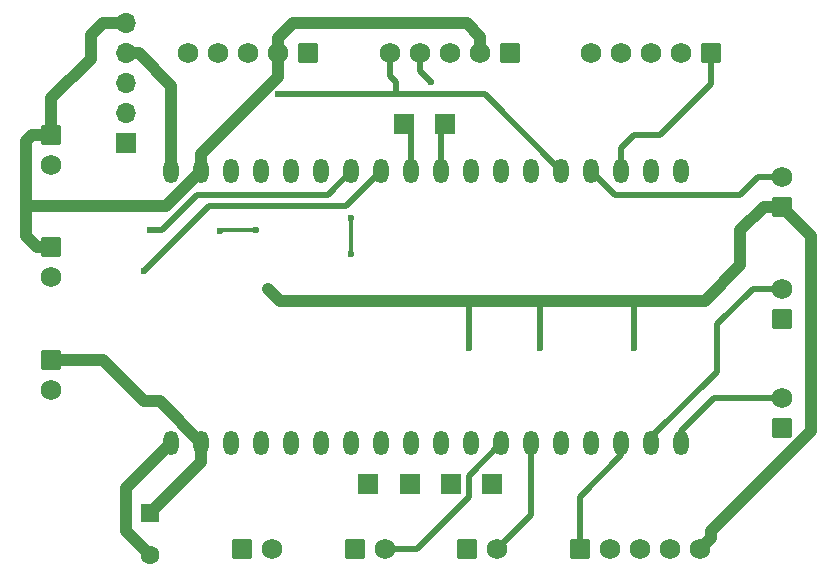
<source format=gbr>
%TF.GenerationSoftware,KiCad,Pcbnew,9.0.0*%
%TF.CreationDate,2025-03-04T16:47:24-08:00*%
%TF.ProjectId,ESPBrewRIMS_PCB,45535042-7265-4775-9249-4d535f504342,rev?*%
%TF.SameCoordinates,Original*%
%TF.FileFunction,Copper,L2,Bot*%
%TF.FilePolarity,Positive*%
%FSLAX46Y46*%
G04 Gerber Fmt 4.6, Leading zero omitted, Abs format (unit mm)*
G04 Created by KiCad (PCBNEW 9.0.0) date 2025-03-04 16:47:24*
%MOMM*%
%LPD*%
G01*
G04 APERTURE LIST*
G04 Aperture macros list*
%AMRoundRect*
0 Rectangle with rounded corners*
0 $1 Rounding radius*
0 $2 $3 $4 $5 $6 $7 $8 $9 X,Y pos of 4 corners*
0 Add a 4 corners polygon primitive as box body*
4,1,4,$2,$3,$4,$5,$6,$7,$8,$9,$2,$3,0*
0 Add four circle primitives for the rounded corners*
1,1,$1+$1,$2,$3*
1,1,$1+$1,$4,$5*
1,1,$1+$1,$6,$7*
1,1,$1+$1,$8,$9*
0 Add four rect primitives between the rounded corners*
20,1,$1+$1,$2,$3,$4,$5,0*
20,1,$1+$1,$4,$5,$6,$7,0*
20,1,$1+$1,$6,$7,$8,$9,0*
20,1,$1+$1,$8,$9,$2,$3,0*%
G04 Aperture macros list end*
%TA.AperFunction,ComponentPad*%
%ADD10C,1.740000*%
%TD*%
%TA.AperFunction,ComponentPad*%
%ADD11RoundRect,0.250000X0.620000X0.620000X-0.620000X0.620000X-0.620000X-0.620000X0.620000X-0.620000X0*%
%TD*%
%TA.AperFunction,ComponentPad*%
%ADD12R,1.700000X1.700000*%
%TD*%
%TA.AperFunction,ComponentPad*%
%ADD13RoundRect,0.250000X-0.620000X0.620000X-0.620000X-0.620000X0.620000X-0.620000X0.620000X0.620000X0*%
%TD*%
%TA.AperFunction,ComponentPad*%
%ADD14RoundRect,0.250000X0.620000X-0.620000X0.620000X0.620000X-0.620000X0.620000X-0.620000X-0.620000X0*%
%TD*%
%TA.AperFunction,ComponentPad*%
%ADD15RoundRect,0.250000X-0.620000X-0.620000X0.620000X-0.620000X0.620000X0.620000X-0.620000X0.620000X0*%
%TD*%
%TA.AperFunction,ComponentPad*%
%ADD16O,1.700000X1.700000*%
%TD*%
%TA.AperFunction,ComponentPad*%
%ADD17R,1.600000X1.600000*%
%TD*%
%TA.AperFunction,ComponentPad*%
%ADD18C,1.600000*%
%TD*%
%TA.AperFunction,ComponentPad*%
%ADD19O,1.300000X2.100000*%
%TD*%
%TA.AperFunction,ViaPad*%
%ADD20C,0.600000*%
%TD*%
%TA.AperFunction,Conductor*%
%ADD21C,1.000000*%
%TD*%
%TA.AperFunction,Conductor*%
%ADD22C,0.500000*%
%TD*%
%TA.AperFunction,Conductor*%
%ADD23C,0.350000*%
%TD*%
G04 APERTURE END LIST*
D10*
%TO.P,J15,5,Pin_5*%
%TO.N,TC_SO*%
X144340000Y-67000000D03*
%TO.P,J15,4,Pin_4*%
%TO.N,TC_CS1*%
X146880000Y-67000000D03*
%TO.P,J15,3,Pin_3*%
%TO.N,TC_SCK*%
X149420000Y-67000000D03*
%TO.P,J15,2,Pin_2*%
%TO.N,Vcc*%
X151960000Y-67000000D03*
D11*
%TO.P,J15,1,Pin_1*%
%TO.N,GND*%
X154500000Y-67000000D03*
%TD*%
D12*
%TO.P,J12,1,Pin_1*%
%TO.N,Net-(J12-Pin_1)*%
X145500000Y-73000000D03*
%TD*%
D13*
%TO.P,J19,1,Pin_1*%
%TO.N,Vcc*%
X115600000Y-83460000D03*
D10*
%TO.P,J19,2,Pin_2*%
%TO.N,Net-(J19-Pin_2)*%
X115600000Y-86000000D03*
%TD*%
D12*
%TO.P,J13,1,Pin_1*%
%TO.N,Net-(J13-Pin_1)*%
X149000000Y-73000000D03*
%TD*%
%TO.P,J11,1,Pin_1*%
%TO.N,Net-(J11-Pin_1)*%
X153000000Y-103500000D03*
%TD*%
%TO.P,J10,1,Pin_1*%
%TO.N,Net-(J10-Pin_1)*%
X149500000Y-103500000D03*
%TD*%
%TO.P,J9,1,Pin_1*%
%TO.N,Net-(J9-Pin_1)*%
X146000000Y-103500000D03*
%TD*%
%TO.P,J8,1,Pin_1*%
%TO.N,Net-(J8-Pin_1)*%
X142500000Y-103500000D03*
%TD*%
D14*
%TO.P,J4,1,Pin_1*%
%TO.N,GND*%
X177500000Y-98770000D03*
D10*
%TO.P,J4,2,Pin_2*%
%TO.N,ADC2*%
X177500000Y-96230000D03*
%TD*%
D14*
%TO.P,J3,1,Pin_1*%
%TO.N,GND*%
X177500000Y-89500000D03*
D10*
%TO.P,J3,2,Pin_2*%
%TO.N,ADC1*%
X177500000Y-86960000D03*
%TD*%
D15*
%TO.P,J7,1,Pin_1*%
%TO.N,LED_DIO*%
X160380000Y-109000000D03*
D10*
%TO.P,J7,2,Pin_2*%
%TO.N,LED_CLK*%
X162920000Y-109000000D03*
%TO.P,J7,3,Pin_3*%
%TO.N,LED_STB*%
X165460000Y-109000000D03*
%TO.P,J7,4,Pin_4*%
%TO.N,GND*%
X168000000Y-109000000D03*
%TO.P,J7,5,Pin_5*%
%TO.N,Vcc*%
X170540000Y-109000000D03*
%TD*%
D13*
%TO.P,J1,1,Pin_1*%
%TO.N,5V*%
X115600000Y-93000000D03*
D10*
%TO.P,J1,2,Pin_2*%
%TO.N,GND*%
X115600000Y-95540000D03*
%TD*%
D15*
%TO.P,J2,1,Pin_1*%
%TO.N,RESET_SW*%
X131840000Y-109000000D03*
D10*
%TO.P,J2,2,Pin_2*%
%TO.N,Net-(J2-Pin_2)*%
X134380000Y-109000000D03*
%TD*%
D15*
%TO.P,J6,1,Pin_1*%
%TO.N,GND*%
X141380000Y-109000000D03*
D10*
%TO.P,J6,2,Pin_2*%
%TO.N,ADC4*%
X143920000Y-109000000D03*
%TD*%
D11*
%TO.P,J16,1,Pin_1*%
%TO.N,GND*%
X137420000Y-67000000D03*
D10*
%TO.P,J16,2,Pin_2*%
%TO.N,Vcc*%
X134880000Y-67000000D03*
%TO.P,J16,3,Pin_3*%
%TO.N,TC_SCK*%
X132340000Y-67000000D03*
%TO.P,J16,4,Pin_4*%
%TO.N,TC_CS2*%
X129800000Y-67000000D03*
%TO.P,J16,5,Pin_5*%
%TO.N,TC_SO*%
X127260000Y-67000000D03*
%TD*%
D12*
%TO.P,J20,1,Pin_1*%
%TO.N,EX_DIO*%
X122000000Y-74660000D03*
D16*
%TO.P,J20,2,Pin_2*%
%TO.N,EX_CLK*%
X122000000Y-72120000D03*
%TO.P,J20,3,Pin_3*%
%TO.N,EX_STB*%
X122000000Y-69580000D03*
%TO.P,J20,4,Pin_4*%
%TO.N,GND*%
X122000000Y-67040000D03*
%TO.P,J20,5,Pin_5*%
%TO.N,Vcc*%
X122000000Y-64500000D03*
%TD*%
D15*
%TO.P,J5,1,Pin_1*%
%TO.N,GND*%
X150880000Y-109000000D03*
D10*
%TO.P,J5,2,Pin_2*%
%TO.N,ADC3*%
X153420000Y-109000000D03*
%TD*%
D11*
%TO.P,J18,1,Pin_1*%
%TO.N,ENC_SW*%
X171500000Y-67000000D03*
D10*
%TO.P,J18,2,Pin_2*%
%TO.N,GND*%
X168960000Y-67000000D03*
%TO.P,J18,3,Pin_3*%
%TO.N,ENC_A*%
X166420000Y-67000000D03*
%TO.P,J18,4,Pin_4*%
%TO.N,GND*%
X163880000Y-67000000D03*
%TO.P,J18,5,Pin_5*%
%TO.N,ENC_B*%
X161340000Y-67000000D03*
%TD*%
D14*
%TO.P,J17,1,Pin_1*%
%TO.N,Vcc*%
X177500000Y-80040000D03*
D10*
%TO.P,J17,2,Pin_2*%
%TO.N,SW_MODE*%
X177500000Y-77500000D03*
%TD*%
D17*
%TO.P,C1,1*%
%TO.N,5V*%
X124000000Y-106000000D03*
D18*
%TO.P,C1,2*%
%TO.N,GND*%
X124000000Y-109500000D03*
%TD*%
D13*
%TO.P,J14,1,Pin_1*%
%TO.N,Vcc*%
X115640000Y-74000000D03*
D10*
%TO.P,J14,2,Pin_2*%
%TO.N,Net-(J14-Pin_2)*%
X115640000Y-76540000D03*
%TD*%
D19*
%TO.P,U1,1,J2_GND*%
%TO.N,GND*%
X125820000Y-100030000D03*
%TO.P,U1,2,J2_5V*%
%TO.N,5V*%
X128360000Y-100030000D03*
%TO.P,U1,3,J2_Ve1*%
%TO.N,unconnected-(U1-J2_Ve1-Pad3)*%
X130900000Y-100030000D03*
%TO.P,U1,4,J2_Ve2*%
%TO.N,unconnected-(U1-J2_Ve2-Pad4)*%
X133440000Y-100030000D03*
%TO.P,U1,5,J2_GPIO44*%
%TO.N,unconnected-(U1-J2_GPIO44-Pad5)*%
X135980000Y-100030000D03*
%TO.P,U1,6,J2_GPIO43*%
%TO.N,unconnected-(U1-J2_GPIO43-Pad6)*%
X138520000Y-100030000D03*
%TO.P,U1,7,J2_RST*%
%TO.N,RESET_SW*%
X141060000Y-100030000D03*
%TO.P,U1,8,J2_GPIO0*%
%TO.N,Net-(J8-Pin_1)*%
X143600000Y-100030000D03*
%TO.P,U1,9,J2_GPIO21*%
%TO.N,Net-(J9-Pin_1)*%
X146140000Y-100030000D03*
%TO.P,U1,10,J2_GPIO20*%
%TO.N,Net-(J10-Pin_1)*%
X148680000Y-100030000D03*
%TO.P,U1,11,J2_GPIO19*%
%TO.N,Net-(J11-Pin_1)*%
X151220000Y-100030000D03*
%TO.P,U1,12,J2_GPIO7*%
%TO.N,ADC4*%
X153760000Y-100030000D03*
%TO.P,U1,13,J2_GPIO6*%
%TO.N,ADC3*%
X156300000Y-100030000D03*
%TO.P,U1,14,J2_GPIO5*%
%TO.N,LED_STB*%
X158840000Y-100030000D03*
%TO.P,U1,15,J2_GPIO4*%
%TO.N,LED_CLK*%
X161380000Y-100030000D03*
%TO.P,U1,16,J2_GPIO3*%
%TO.N,LED_DIO*%
X163920000Y-100030000D03*
%TO.P,U1,17,J2_GPIO2*%
%TO.N,ADC1*%
X166460000Y-100030000D03*
%TO.P,U1,18,J2_GPIO1*%
%TO.N,ADC2*%
X169000000Y-100030000D03*
%TO.P,U1,19,J3_GPIO46*%
%TO.N,ENC_A*%
X169000000Y-77000000D03*
%TO.P,U1,20,J3_GPIO45*%
%TO.N,ENC_B*%
X166460000Y-77000000D03*
%TO.P,U1,21,J3_GPIO42*%
%TO.N,ENC_SW*%
X163920000Y-77000000D03*
%TO.P,U1,22,J3_GPIO41*%
%TO.N,SW_MODE*%
X161380000Y-77000000D03*
%TO.P,U1,23,J3_GPIO40*%
%TO.N,TC_SO*%
X158840000Y-77000000D03*
%TO.P,U1,24,J3_GPIO39*%
%TO.N,TC_SCK*%
X156300000Y-77000000D03*
%TO.P,U1,25,J3_GPIO38*%
%TO.N,TC_CS1*%
X153760000Y-77000000D03*
%TO.P,U1,26,J3_GPIO37*%
%TO.N,TC_CS2*%
X151220000Y-77000000D03*
%TO.P,U1,27,J3_GPIO36*%
%TO.N,Net-(J13-Pin_1)*%
X148680000Y-77000000D03*
%TO.P,U1,28,J3_GPIO35*%
%TO.N,Net-(J12-Pin_1)*%
X146140000Y-77000000D03*
%TO.P,U1,29,J3_GPIO34*%
%TO.N,SW_EX2*%
X143600000Y-77000000D03*
%TO.P,U1,30,J3_GPIO33*%
%TO.N,SW_EX1*%
X141060000Y-77000000D03*
%TO.P,U1,31,J3_GPIO47*%
%TO.N,EX_STB*%
X138520000Y-77000000D03*
%TO.P,U1,32,J3_GPIO48*%
%TO.N,EX_CLK*%
X135980000Y-77000000D03*
%TO.P,U1,33,J3_GPIO26*%
%TO.N,EX_DIO*%
X133440000Y-77000000D03*
%TO.P,U1,34,J3_3v3b*%
%TO.N,unconnected-(U1-J3_3v3b-Pad34)*%
X130900000Y-77000000D03*
%TO.P,U1,35,J3_3V3a*%
%TO.N,Vcc*%
X128360000Y-77000000D03*
%TO.P,U1,36,J3_GND*%
%TO.N,GND*%
X125820000Y-77000000D03*
%TD*%
D20*
%TO.N,SW_EX2*%
X123500000Y-85500000D03*
%TO.N,GND*%
X129925000Y-82075000D03*
X133000000Y-82000000D03*
%TO.N,Vcc*%
X151000000Y-92000000D03*
X165000000Y-92000000D03*
X134000000Y-87000000D03*
X157000000Y-92000000D03*
X135000000Y-88000000D03*
%TO.N,SW_EX1*%
X124000000Y-82000000D03*
%TO.N,TC_CS1*%
X147840000Y-69500000D03*
%TO.N,TC_SO*%
X134840000Y-70500000D03*
%TO.N,EX_CLK*%
X141000000Y-84000000D03*
X141000000Y-81000000D03*
%TD*%
D21*
%TO.N,Vcc*%
X119000000Y-67500000D02*
X119000000Y-65500000D01*
X115640000Y-70860000D02*
X119000000Y-67500000D01*
X119000000Y-65500000D02*
X120000000Y-64500000D01*
X120000000Y-64500000D02*
X122000000Y-64500000D01*
X115640000Y-74000000D02*
X115640000Y-70860000D01*
D22*
%TO.N,ENC_SW*%
X171500000Y-69660000D02*
X171500000Y-67000000D01*
X167160000Y-74000000D02*
X171500000Y-69660000D01*
%TO.N,TC_SO*%
X152340000Y-70500000D02*
X158840000Y-77000000D01*
X144840000Y-70500000D02*
X152340000Y-70500000D01*
%TO.N,Net-(J13-Pin_1)*%
X148680000Y-73320000D02*
X149000000Y-73000000D01*
X148680000Y-77000000D02*
X148680000Y-73320000D01*
%TO.N,Net-(J12-Pin_1)*%
X146140000Y-73640000D02*
X145500000Y-73000000D01*
X146140000Y-77000000D02*
X146140000Y-73640000D01*
X146140000Y-73140000D02*
X146000000Y-73000000D01*
D21*
%TO.N,Vcc*%
X128360000Y-75564372D02*
X128360000Y-77000000D01*
X134880000Y-69044372D02*
X128360000Y-75564372D01*
X134880000Y-67000000D02*
X134880000Y-69044372D01*
%TO.N,GND*%
X123040000Y-67040000D02*
X122000000Y-67040000D01*
X125820000Y-69820000D02*
X123040000Y-67040000D01*
X125820000Y-77000000D02*
X125820000Y-69820000D01*
D22*
%TO.N,SW_EX2*%
X126000000Y-83000000D02*
X123500000Y-85500000D01*
D21*
%TO.N,Vcc*%
X114460000Y-83460000D02*
X115600000Y-83460000D01*
X113500000Y-82500000D02*
X114460000Y-83460000D01*
X113500000Y-80000000D02*
X113500000Y-82500000D01*
X114000000Y-74000000D02*
X115640000Y-74000000D01*
X113500000Y-80000000D02*
X113500000Y-74500000D01*
X113500000Y-74500000D02*
X114000000Y-74000000D01*
X125360000Y-80000000D02*
X113500000Y-80000000D01*
X128360000Y-77000000D02*
X125360000Y-80000000D01*
%TO.N,5V*%
X124830000Y-96500000D02*
X128360000Y-100030000D01*
X123500000Y-96500000D02*
X124830000Y-96500000D01*
X120000000Y-93000000D02*
X123500000Y-96500000D01*
X115600000Y-93000000D02*
X120000000Y-93000000D01*
%TO.N,GND*%
X122000000Y-107500000D02*
X124000000Y-109500000D01*
D22*
%TO.N,ADC3*%
X156300000Y-106120000D02*
X156300000Y-100030000D01*
X153420000Y-109000000D02*
X156300000Y-106120000D01*
%TO.N,ADC4*%
X146602000Y-109000000D02*
X143920000Y-109000000D01*
X151000000Y-102790000D02*
X151000000Y-104602000D01*
X151000000Y-104602000D02*
X146602000Y-109000000D01*
X153760000Y-100030000D02*
X151000000Y-102790000D01*
%TO.N,LED_DIO*%
X163920000Y-101080000D02*
X163920000Y-100030000D01*
X160380000Y-104620000D02*
X163920000Y-101080000D01*
X160380000Y-109000000D02*
X160380000Y-104620000D01*
D21*
%TO.N,Vcc*%
X171500000Y-108040000D02*
X170540000Y-109000000D01*
X171500000Y-107500000D02*
X171500000Y-108040000D01*
%TO.N,GND*%
X122000000Y-103850000D02*
X125820000Y-100030000D01*
D23*
X130000000Y-82000000D02*
X133000000Y-82000000D01*
D21*
X122000000Y-107500000D02*
X122000000Y-103850000D01*
D23*
X129925000Y-82075000D02*
X130000000Y-82000000D01*
D21*
%TO.N,5V*%
X128360000Y-100030000D02*
X128360000Y-101640000D01*
X128360000Y-101640000D02*
X124000000Y-106000000D01*
D22*
%TO.N,Vcc*%
X151000000Y-92000000D02*
X151000000Y-88000000D01*
D21*
X180000000Y-99000000D02*
X171500000Y-107500000D01*
X150840000Y-64500000D02*
X151960000Y-65620000D01*
X134000000Y-87000000D02*
X135000000Y-88000000D01*
X165000000Y-88000000D02*
X171000000Y-88000000D01*
D22*
X157000000Y-92000000D02*
X157000000Y-88000000D01*
D21*
X151960000Y-65620000D02*
X151960000Y-67000000D01*
D22*
X165000000Y-92000000D02*
X165000000Y-88000000D01*
D21*
X175960000Y-80040000D02*
X177500000Y-80040000D01*
X134880000Y-65769635D02*
X136149635Y-64500000D01*
X174000000Y-82000000D02*
X175960000Y-80040000D01*
X134880000Y-67000000D02*
X134880000Y-65769635D01*
X135000000Y-88000000D02*
X151000000Y-88000000D01*
X136149635Y-64500000D02*
X150840000Y-64500000D01*
X157000000Y-88000000D02*
X165000000Y-88000000D01*
X174000000Y-85000000D02*
X174000000Y-82000000D01*
X180000000Y-82540000D02*
X180000000Y-99000000D01*
X171000000Y-88000000D02*
X174000000Y-85000000D01*
X177500000Y-80040000D02*
X180000000Y-82540000D01*
X151000000Y-88000000D02*
X157000000Y-88000000D01*
D22*
%TO.N,ENC_SW*%
X167160000Y-74000000D02*
X165000000Y-74000000D01*
X163920000Y-75080000D02*
X163920000Y-77000000D01*
X165000000Y-74000000D02*
X163920000Y-75080000D01*
%TO.N,ADC1*%
X172000000Y-90000000D02*
X175040000Y-86960000D01*
X166460000Y-100030000D02*
X166460000Y-99540000D01*
X166460000Y-99540000D02*
X172000000Y-94000000D01*
X172000000Y-94000000D02*
X172000000Y-90000000D01*
X175040000Y-86960000D02*
X177500000Y-86960000D01*
%TO.N,ADC2*%
X171770000Y-96230000D02*
X169000000Y-99000000D01*
X169000000Y-99000000D02*
X169000000Y-100030000D01*
X177500000Y-96230000D02*
X171770000Y-96230000D01*
%TO.N,SW_EX1*%
X125000000Y-82000000D02*
X128000000Y-79000000D01*
X128000000Y-79000000D02*
X139060000Y-79000000D01*
X124000000Y-82000000D02*
X125000000Y-82000000D01*
X139060000Y-79000000D02*
X141060000Y-77000000D01*
%TO.N,TC_CS1*%
X146880000Y-68540000D02*
X147840000Y-69500000D01*
X146880000Y-67000000D02*
X146880000Y-68540000D01*
%TO.N,TC_SO*%
X134840000Y-70500000D02*
X144840000Y-70500000D01*
X144340000Y-67000000D02*
X144340000Y-69000000D01*
X144340000Y-69000000D02*
X144840000Y-69500000D01*
X144840000Y-69500000D02*
X144840000Y-70500000D01*
%TO.N,SW_MODE*%
X163380000Y-79000000D02*
X174000000Y-79000000D01*
X175500000Y-77500000D02*
X177500000Y-77500000D01*
X174000000Y-79000000D02*
X175500000Y-77500000D01*
X161380000Y-77000000D02*
X163380000Y-79000000D01*
%TO.N,SW_EX2*%
X129000000Y-80000000D02*
X126000000Y-83000000D01*
X143600000Y-77000000D02*
X140600000Y-80000000D01*
X140600000Y-80000000D02*
X129000000Y-80000000D01*
D23*
%TO.N,EX_CLK*%
X141000000Y-81000000D02*
X141000000Y-84000000D01*
%TD*%
M02*

</source>
